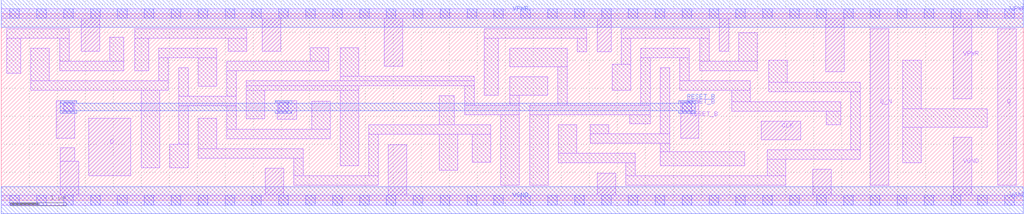
<source format=lef>
# Copyright 2020 The SkyWater PDK Authors
#
# Licensed under the Apache License, Version 2.0 (the "License");
# you may not use this file except in compliance with the License.
# You may obtain a copy of the License at
#
#     https://www.apache.org/licenses/LICENSE-2.0
#
# Unless required by applicable law or agreed to in writing, software
# distributed under the License is distributed on an "AS IS" BASIS,
# WITHOUT WARRANTIES OR CONDITIONS OF ANY KIND, either express or implied.
# See the License for the specific language governing permissions and
# limitations under the License.
#
# SPDX-License-Identifier: Apache-2.0

VERSION 5.7 ;
  NAMESCASESENSITIVE ON ;
  NOWIREEXTENSIONATPIN ON ;
  DIVIDERCHAR "/" ;
  BUSBITCHARS "[]" ;
UNITS
  DATABASE MICRONS 200 ;
END UNITS
MACRO sky130_fd_sc_lp__dfrbp_lp
  CLASS CORE ;
  SOURCE USER ;
  FOREIGN sky130_fd_sc_lp__dfrbp_lp ;
  ORIGIN  0.000000  0.000000 ;
  SIZE  18.24000 BY  3.330000 ;
  SYMMETRY R90 ;
  SITE unit ;
  PIN D
    ANTENNAGATEAREA  0.189000 ;
    DIRECTION INPUT ;
    USE SIGNAL ;
    PORT
      LAYER li1 ;
        RECT 1.565000 0.440000 2.315000 1.460000 ;
    END
  END D
  PIN Q
    ANTENNADIFFAREA  0.598500 ;
    DIRECTION OUTPUT ;
    USE SIGNAL ;
    PORT
      LAYER li1 ;
        RECT 17.785000 0.265000 18.115000 3.065000 ;
    END
  END Q
  PIN Q_N
    ANTENNADIFFAREA  0.598500 ;
    DIRECTION OUTPUT ;
    USE SIGNAL ;
    PORT
      LAYER li1 ;
        RECT 15.515000 0.265000 15.845000 3.065000 ;
    END
  END Q_N
  PIN RESET_B
    ANTENNAGATEAREA  0.567000 ;
    DIRECTION INPUT ;
    USE SIGNAL ;
    PORT
      LAYER li1 ;
        RECT  0.985000 1.110000  1.315000 1.780000 ;
        RECT  4.925000 1.450000  5.275000 1.780000 ;
        RECT 12.125000 1.110000 12.455000 1.780000 ;
      LAYER mcon ;
        RECT  1.115000 1.580000  1.285000 1.750000 ;
        RECT  4.955000 1.580000  5.125000 1.750000 ;
        RECT 12.155000 1.580000 12.325000 1.750000 ;
      LAYER met1 ;
        RECT  1.055000 1.550000  1.345000 1.595000 ;
        RECT  1.055000 1.595000 12.385000 1.735000 ;
        RECT  1.055000 1.735000  1.345000 1.780000 ;
        RECT  4.895000 1.550000  5.185000 1.595000 ;
        RECT  4.895000 1.735000  5.185000 1.780000 ;
        RECT 12.095000 1.550000 12.385000 1.595000 ;
        RECT 12.095000 1.735000 12.385000 1.780000 ;
    END
  END RESET_B
  PIN CLK
    ANTENNAGATEAREA  0.318000 ;
    DIRECTION INPUT ;
    USE CLOCK ;
    PORT
      LAYER li1 ;
        RECT 13.565000 1.080000 14.275000 1.410000 ;
    END
  END CLK
  PIN VGND
    DIRECTION INOUT ;
    USE GROUND ;
    PORT
      LAYER li1 ;
        RECT  0.000000 -0.085000 18.240000 0.085000 ;
        RECT  1.055000  0.085000  1.385000 0.700000 ;
        RECT  1.055000  0.700000  1.315000 0.940000 ;
        RECT  4.715000  0.085000  5.045000 0.570000 ;
        RECT  6.910000  0.085000  7.240000 0.995000 ;
        RECT 10.635000  0.085000 10.965000 0.485000 ;
        RECT 14.490000  0.085000 14.820000 0.550000 ;
        RECT 16.995000  0.085000 17.325000 1.125000 ;
      LAYER mcon ;
        RECT  0.155000 -0.085000  0.325000 0.085000 ;
        RECT  0.635000 -0.085000  0.805000 0.085000 ;
        RECT  1.115000 -0.085000  1.285000 0.085000 ;
        RECT  1.595000 -0.085000  1.765000 0.085000 ;
        RECT  2.075000 -0.085000  2.245000 0.085000 ;
        RECT  2.555000 -0.085000  2.725000 0.085000 ;
        RECT  3.035000 -0.085000  3.205000 0.085000 ;
        RECT  3.515000 -0.085000  3.685000 0.085000 ;
        RECT  3.995000 -0.085000  4.165000 0.085000 ;
        RECT  4.475000 -0.085000  4.645000 0.085000 ;
        RECT  4.955000 -0.085000  5.125000 0.085000 ;
        RECT  5.435000 -0.085000  5.605000 0.085000 ;
        RECT  5.915000 -0.085000  6.085000 0.085000 ;
        RECT  6.395000 -0.085000  6.565000 0.085000 ;
        RECT  6.875000 -0.085000  7.045000 0.085000 ;
        RECT  7.355000 -0.085000  7.525000 0.085000 ;
        RECT  7.835000 -0.085000  8.005000 0.085000 ;
        RECT  8.315000 -0.085000  8.485000 0.085000 ;
        RECT  8.795000 -0.085000  8.965000 0.085000 ;
        RECT  9.275000 -0.085000  9.445000 0.085000 ;
        RECT  9.755000 -0.085000  9.925000 0.085000 ;
        RECT 10.235000 -0.085000 10.405000 0.085000 ;
        RECT 10.715000 -0.085000 10.885000 0.085000 ;
        RECT 11.195000 -0.085000 11.365000 0.085000 ;
        RECT 11.675000 -0.085000 11.845000 0.085000 ;
        RECT 12.155000 -0.085000 12.325000 0.085000 ;
        RECT 12.635000 -0.085000 12.805000 0.085000 ;
        RECT 13.115000 -0.085000 13.285000 0.085000 ;
        RECT 13.595000 -0.085000 13.765000 0.085000 ;
        RECT 14.075000 -0.085000 14.245000 0.085000 ;
        RECT 14.555000 -0.085000 14.725000 0.085000 ;
        RECT 15.035000 -0.085000 15.205000 0.085000 ;
        RECT 15.515000 -0.085000 15.685000 0.085000 ;
        RECT 15.995000 -0.085000 16.165000 0.085000 ;
        RECT 16.475000 -0.085000 16.645000 0.085000 ;
        RECT 16.955000 -0.085000 17.125000 0.085000 ;
        RECT 17.435000 -0.085000 17.605000 0.085000 ;
        RECT 17.915000 -0.085000 18.085000 0.085000 ;
      LAYER met1 ;
        RECT 0.000000 -0.245000 18.240000 0.245000 ;
    END
  END VGND
  PIN VPWR
    DIRECTION INOUT ;
    USE POWER ;
    PORT
      LAYER li1 ;
        RECT  0.000000 3.245000 18.240000 3.415000 ;
        RECT  1.425000 2.660000  1.755000 3.245000 ;
        RECT  4.660000 2.660000  4.990000 3.245000 ;
        RECT  6.840000 2.395000  7.170000 3.245000 ;
        RECT 10.635000 2.655000 10.885000 3.245000 ;
        RECT 12.815000 2.660000 12.985000 3.245000 ;
        RECT 14.715000 2.290000 15.045000 3.245000 ;
        RECT 16.995000 1.815000 17.325000 3.245000 ;
      LAYER mcon ;
        RECT  0.155000 3.245000  0.325000 3.415000 ;
        RECT  0.635000 3.245000  0.805000 3.415000 ;
        RECT  1.115000 3.245000  1.285000 3.415000 ;
        RECT  1.595000 3.245000  1.765000 3.415000 ;
        RECT  2.075000 3.245000  2.245000 3.415000 ;
        RECT  2.555000 3.245000  2.725000 3.415000 ;
        RECT  3.035000 3.245000  3.205000 3.415000 ;
        RECT  3.515000 3.245000  3.685000 3.415000 ;
        RECT  3.995000 3.245000  4.165000 3.415000 ;
        RECT  4.475000 3.245000  4.645000 3.415000 ;
        RECT  4.955000 3.245000  5.125000 3.415000 ;
        RECT  5.435000 3.245000  5.605000 3.415000 ;
        RECT  5.915000 3.245000  6.085000 3.415000 ;
        RECT  6.395000 3.245000  6.565000 3.415000 ;
        RECT  6.875000 3.245000  7.045000 3.415000 ;
        RECT  7.355000 3.245000  7.525000 3.415000 ;
        RECT  7.835000 3.245000  8.005000 3.415000 ;
        RECT  8.315000 3.245000  8.485000 3.415000 ;
        RECT  8.795000 3.245000  8.965000 3.415000 ;
        RECT  9.275000 3.245000  9.445000 3.415000 ;
        RECT  9.755000 3.245000  9.925000 3.415000 ;
        RECT 10.235000 3.245000 10.405000 3.415000 ;
        RECT 10.715000 3.245000 10.885000 3.415000 ;
        RECT 11.195000 3.245000 11.365000 3.415000 ;
        RECT 11.675000 3.245000 11.845000 3.415000 ;
        RECT 12.155000 3.245000 12.325000 3.415000 ;
        RECT 12.635000 3.245000 12.805000 3.415000 ;
        RECT 13.115000 3.245000 13.285000 3.415000 ;
        RECT 13.595000 3.245000 13.765000 3.415000 ;
        RECT 14.075000 3.245000 14.245000 3.415000 ;
        RECT 14.555000 3.245000 14.725000 3.415000 ;
        RECT 15.035000 3.245000 15.205000 3.415000 ;
        RECT 15.515000 3.245000 15.685000 3.415000 ;
        RECT 15.995000 3.245000 16.165000 3.415000 ;
        RECT 16.475000 3.245000 16.645000 3.415000 ;
        RECT 16.955000 3.245000 17.125000 3.415000 ;
        RECT 17.435000 3.245000 17.605000 3.415000 ;
        RECT 17.915000 3.245000 18.085000 3.415000 ;
      LAYER met1 ;
        RECT 0.000000 3.085000 18.240000 3.575000 ;
    END
  END VPWR
  OBS
    LAYER li1 ;
      RECT  0.100000 2.265000  0.350000 2.895000 ;
      RECT  0.100000 2.895000  1.210000 3.065000 ;
      RECT  0.530000 1.960000  2.985000 2.130000 ;
      RECT  0.530000 2.130000  0.860000 2.715000 ;
      RECT  1.040000 2.310000  2.185000 2.480000 ;
      RECT  1.040000 2.480000  1.210000 2.895000 ;
      RECT  1.935000 2.480000  2.185000 2.910000 ;
      RECT  2.385000 2.310000  2.635000 2.895000 ;
      RECT  2.385000 2.895000  4.385000 3.065000 ;
      RECT  2.495000 0.580000  2.825000 1.960000 ;
      RECT  2.815000 2.130000  2.985000 2.545000 ;
      RECT  2.815000 2.545000  3.845000 2.715000 ;
      RECT  3.005000 0.580000  3.335000 1.000000 ;
      RECT  3.165000 1.000000  3.335000 1.685000 ;
      RECT  3.165000 1.685000  4.195000 1.855000 ;
      RECT  3.165000 1.855000  3.335000 2.365000 ;
      RECT  3.515000 0.750000  5.395000 0.920000 ;
      RECT  3.515000 0.920000  3.845000 1.460000 ;
      RECT  3.515000 2.035000  3.845000 2.545000 ;
      RECT  4.025000 1.100000  5.870000 1.270000 ;
      RECT  4.025000 1.270000  4.195000 1.685000 ;
      RECT  4.025000 1.855000  4.195000 2.310000 ;
      RECT  4.025000 2.310000  5.850000 2.480000 ;
      RECT  4.055000 2.660000  4.385000 2.895000 ;
      RECT  4.375000 1.455000  4.705000 1.960000 ;
      RECT  4.375000 1.960000  6.380000 2.045000 ;
      RECT  4.375000 2.045000  8.440000 2.130000 ;
      RECT  5.225000 0.265000  6.730000 0.435000 ;
      RECT  5.225000 0.435000  5.395000 0.750000 ;
      RECT  5.520000 2.480000  5.850000 2.725000 ;
      RECT  5.540000 1.270000  5.870000 1.770000 ;
      RECT  6.050000 0.615000  6.380000 1.960000 ;
      RECT  6.050000 2.130000  8.440000 2.215000 ;
      RECT  6.050000 2.215000  6.380000 2.725000 ;
      RECT  6.560000 0.435000  6.730000 1.175000 ;
      RECT  6.560000 1.175000  8.740000 1.345000 ;
      RECT  7.815000 0.535000  8.145000 1.175000 ;
      RECT  7.815000 1.345000  8.090000 1.865000 ;
      RECT  8.270000 1.525000  9.250000 1.695000 ;
      RECT  8.270000 1.695000  8.440000 2.045000 ;
      RECT  8.410000 0.675000  8.740000 1.175000 ;
      RECT  8.620000 1.875000  8.870000 2.895000 ;
      RECT  8.620000 2.895000 10.455000 3.065000 ;
      RECT  8.920000 0.265000  9.250000 1.525000 ;
      RECT  9.075000 2.385000 10.105000 2.715000 ;
      RECT  9.080000 1.695000  9.250000 1.875000 ;
      RECT  9.080000 1.875000  9.755000 2.205000 ;
      RECT  9.430000 0.265000  9.760000 1.525000 ;
      RECT  9.430000 1.525000 11.585000 1.695000 ;
      RECT  9.935000 1.695000 10.105000 2.385000 ;
      RECT  9.940000 0.665000 11.315000 0.835000 ;
      RECT  9.940000 0.835000 10.270000 1.345000 ;
      RECT 10.285000 2.655000 10.455000 2.895000 ;
      RECT 10.510000 1.015000 11.935000 1.185000 ;
      RECT 10.510000 1.185000 10.840000 1.345000 ;
      RECT 10.905000 1.965000 11.235000 2.425000 ;
      RECT 11.065000 2.425000 11.235000 2.895000 ;
      RECT 11.065000 2.895000 12.635000 3.065000 ;
      RECT 11.145000 0.265000 14.000000 0.435000 ;
      RECT 11.145000 0.435000 11.315000 0.665000 ;
      RECT 11.215000 1.365000 11.585000 1.525000 ;
      RECT 11.415000 1.695000 11.585000 2.545000 ;
      RECT 11.415000 2.545000 12.285000 2.715000 ;
      RECT 11.765000 0.615000 13.275000 0.865000 ;
      RECT 11.765000 0.865000 11.935000 1.015000 ;
      RECT 11.765000 1.185000 11.935000 2.365000 ;
      RECT 12.115000 1.960000 13.370000 2.130000 ;
      RECT 12.115000 2.130000 12.285000 2.545000 ;
      RECT 12.465000 2.310000 13.495000 2.480000 ;
      RECT 12.465000 2.480000 12.635000 2.895000 ;
      RECT 13.040000 1.590000 14.985000 1.760000 ;
      RECT 13.040000 1.760000 13.370000 1.960000 ;
      RECT 13.165000 2.480000 13.495000 2.990000 ;
      RECT 13.670000 0.435000 14.000000 0.730000 ;
      RECT 13.670000 0.730000 15.335000 0.900000 ;
      RECT 13.700000 1.940000 15.335000 2.110000 ;
      RECT 13.700000 2.110000 14.030000 2.495000 ;
      RECT 14.725000 1.345000 14.985000 1.590000 ;
      RECT 15.165000 0.900000 15.335000 1.940000 ;
      RECT 16.090000 0.665000 16.420000 1.305000 ;
      RECT 16.090000 1.305000 17.605000 1.635000 ;
      RECT 16.090000 1.635000 16.420000 2.495000 ;
  END
END sky130_fd_sc_lp__dfrbp_lp

</source>
